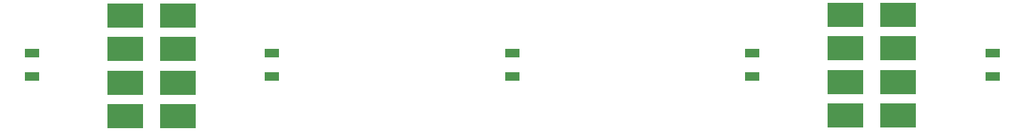
<source format=gbp>
%FSLAX25Y25*%
%MOIN*%
G70*
G01*
G75*
G04 Layer_Color=6049101*
%ADD10P,0.08352X4X285.0*%
%ADD11P,0.08352X4X165.0*%
%ADD12R,0.05906X0.05906*%
%ADD13C,0.02500*%
%ADD14C,0.05000*%
%ADD15C,0.16500*%
%ADD16R,0.12500X0.12500*%
%ADD17C,0.12500*%
%ADD18C,0.04000*%
%ADD19R,0.17716X0.12205*%
%ADD20R,0.08000X0.05000*%
%ADD21C,0.01000*%
%ADD22C,0.01200*%
%ADD23P,0.06937X4X285.0*%
%ADD24P,0.06937X4X165.0*%
%ADD25R,0.04906X0.04906*%
%ADD26R,0.16716X0.11205*%
%ADD27R,0.07000X0.04000*%
D26*
X343300Y623096D02*
D03*
X318694D02*
D03*
X343300Y607348D02*
D03*
Y591600D02*
D03*
Y575852D02*
D03*
X318694Y607348D02*
D03*
Y591600D02*
D03*
Y575852D02*
D03*
X680600Y623400D02*
D03*
X655994D02*
D03*
X680600Y607652D02*
D03*
Y591904D02*
D03*
Y576156D02*
D03*
X655994Y607652D02*
D03*
Y591904D02*
D03*
Y576156D02*
D03*
D27*
X275000Y594500D02*
D03*
Y605500D02*
D03*
X387500Y594500D02*
D03*
Y605500D02*
D03*
X500000Y594500D02*
D03*
Y605500D02*
D03*
X612500Y594500D02*
D03*
Y605500D02*
D03*
X725000Y594500D02*
D03*
Y605500D02*
D03*
M02*

</source>
